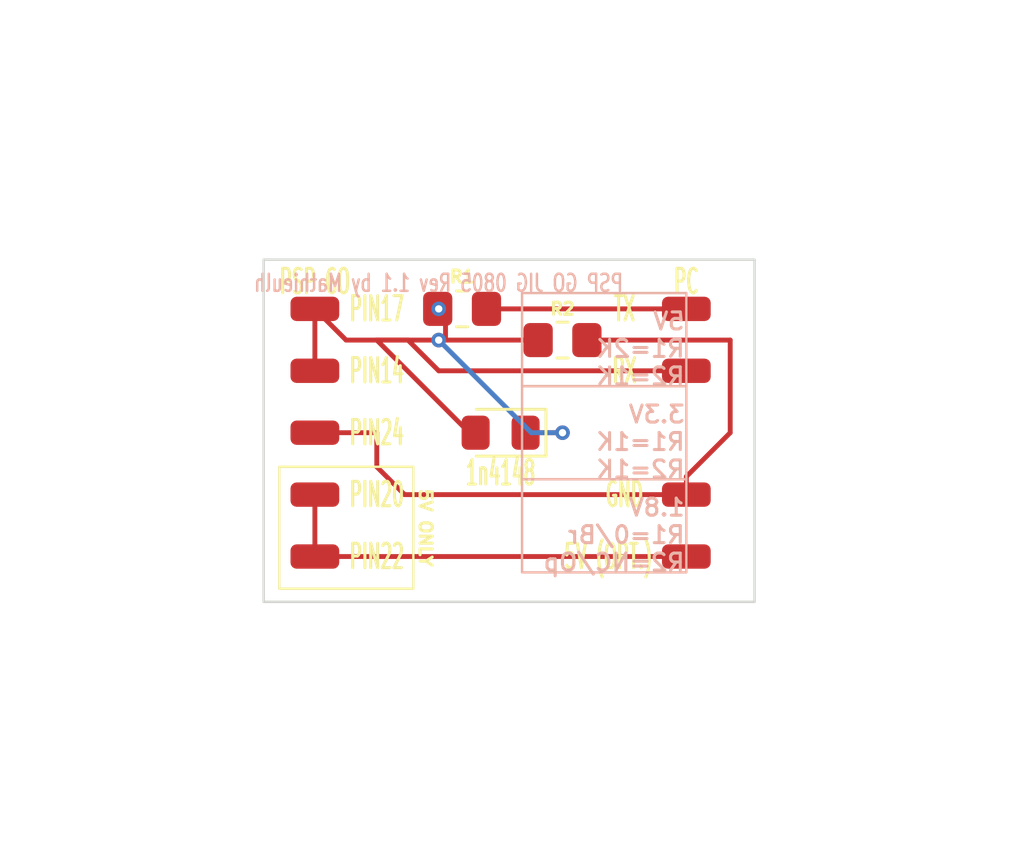
<source format=kicad_pcb>
(kicad_pcb (version 20221018) (generator pcbnew)
  (layers (0 "F.Cu" signal) (31 "B.Cu" signal) (34 "B.Paste" user) (35 "F.Paste" user) (36 "B.SilkS" user "B.Silkscreen") (37 "F.SilkS" user "F.Silkscreen") (38 "B.Mask" user) (39 "F.Mask" user) (44 "Edge.Cuts" user))
  (net 0 "")
  (footprint "Connector_Wire:SolderWirePad_1x01_SMD_1x2mm" (layer "F.Cu") (at 60.96 43.18 -90)
    (fp_text reference "REF**" hide)
    (fp_text value "SolderWirePad_1x01_SMD_1x2mm")
    (pad "5" smd roundrect (at 0 0 270) (size 1 2) (layers "F.Cu" "F.Paste" "F.Mask"))
  )
  (footprint "Connector_Wire:SolderWirePad_1x01_SMD_1x2mm" (layer "F.Cu") (at 60.96 38.1 -90)
    (fp_text reference "REF**" hide)
    (fp_text value "SolderWirePad_1x01_SMD_1x2mm")
    (pad "3" smd roundrect (at 0 0 270) (size 1 2) (layers "F.Cu" "F.Paste" "F.Mask"))
  )
  (footprint "Connector_Wire:SolderWirePad_1x01_SMD_1x2mm" (layer "F.Cu") (at 60.96 40.64 -90)
    (fp_text reference "REF**" hide)
    (fp_text value "SolderWirePad_1x01_SMD_1x2mm")
    (pad "4" smd roundrect (at 0 0 270) (size 1 2) (layers "F.Cu" "F.Paste" "F.Mask"))
  )
  (footprint "Connector_Wire:SolderWirePad_1x01_SMD_1x2mm" (layer "F.Cu") (at 76.2 43.18 -90)
    (fp_text reference "REF**" hide)
    (fp_text value "SolderWirePad_1x01_SMD_1x2mm")
    (pad "9" smd roundrect (at 0 0 270) (size 1 2) (layers "F.Cu" "F.Paste" "F.Mask"))
  )
  (footprint "Connector_Wire:SolderWirePad_1x01_SMD_1x2mm" (layer "F.Cu") (at 76.2 35.56 -90)
    (fp_text reference "REF**" hide)
    (fp_text value "SolderWirePad_1x01_SMD_1x2mm")
    (pad "7" smd roundrect (at 0 0 270) (size 1 2) (layers "F.Cu" "F.Paste" "F.Mask"))
  )
  (footprint "Connector_Wire:SolderWirePad_1x01_SMD_1x2mm" (layer "F.Cu") (at 60.96 33.02 -90)
    (fp_text reference "REF**" hide)
    (fp_text value "SolderWirePad_1x01_SMD_1x2mm")
    (pad "1" smd roundrect (at 0 0 270) (size 1 2) (layers "F.Cu" "F.Paste" "F.Mask"))
  )
  (footprint "Connector_Wire:SolderWirePad_1x01_SMD_1x2mm" (layer "F.Cu") (at 76.2 33.02 -90)
    (fp_text reference "REF**" hide)
    (fp_text value "SolderWirePad_1x01_SMD_1x2mm")
    (pad "6" smd roundrect (at 0 0 270) (size 1 2) (layers "F.Cu" "F.Paste" "F.Mask"))
  )
  (footprint "Resistor_SMD:R_0805_2012Metric_Pad1.20x1.40mm_HandSolder" (layer "F.Cu") (at 71.12 34.3)
    (fp_text reference "REF**" hide)
    (fp_text value "R_0805_2012Metric_Pad1.20x1.40mm_HandSolder")
    (fp_line (start -0.227064 -0.735) (end 0.227064 -0.735) (stroke (width 0.12)) (layer "F.SilkS"))
    (fp_line (start -0.227064 0.735) (end 0.227064 0.735) (stroke (width 0.12)) (layer "F.SilkS"))
    (pad "1" smd roundrect (at -1 0) (size 1.2 1.4) (layers "F.Cu" "F.Paste" "F.Mask") (roundrect_rratio 0.2083333333))
    (pad "2" smd roundrect (at 1 0) (size 1.2 1.4) (layers "F.Cu" "F.Paste" "F.Mask") (roundrect_rratio 0.2083333333))
  )
  (footprint "Resistor_SMD:R_0805_2012Metric_Pad1.20x1.40mm_HandSolder" (layer "F.Cu") (at 67 33.02)
    (fp_text reference "REF**" hide)
    (fp_text value "R_0805_2012Metric_Pad1.20x1.40mm_HandSolder")
    (fp_line (start -0.227064 -0.735) (end 0.227064 -0.735) (stroke (width 0.12)) (layer "F.SilkS"))
    (fp_line (start -0.227064 0.735) (end 0.227064 0.735) (stroke (width 0.12)) (layer "F.SilkS"))
    (pad "1" smd roundrect (at -1 0) (size 1.2 1.4) (layers "F.Cu" "F.Paste" "F.Mask") (roundrect_rratio 0.2083333333))
    (pad "2" smd roundrect (at 1 0) (size 1.2 1.4) (layers "F.Cu" "F.Paste" "F.Mask") (roundrect_rratio 0.2083333333))
  )
  (footprint "Diode_SMD:D_0805_2012Metric_Pad1.15x1.40mm_HandSolder" (layer "F.Cu") (at 68.58 38.1 180)
    (fp_text reference "1n4148" (at 0 -1.65) (layer "F.SilkS") (effects (font (size 1 0.5))))
    (fp_text value "D_0805_2012Metric_Pad1.15x1.40mm_HandSolder")
    (fp_line (start -1.86 -0.96) (end -1.86 0.96) (stroke (width 0.12)) (layer "F.SilkS"))
    (fp_line (start -1.86 0.96) (end 1 0.96) (stroke (width 0.12)) (layer "F.SilkS"))
    (fp_line (start 1 -0.96) (end -1.86 -0.96) (stroke (width 0.12)) (layer "F.SilkS"))
    (pad "1" smd roundrect (at -1.025 0 180) (size 1.15 1.4) (layers "F.Cu" "F.Paste" "F.Mask") (roundrect_rratio 0.217391))
    (pad "2" smd roundrect (at 1.025 0 180) (size 1.15 1.4) (layers "F.Cu" "F.Paste" "F.Mask") (roundrect_rratio 0.217391))
  )
  (footprint "Connector_Wire:SolderWirePad_1x01_SMD_1x2mm" (layer "F.Cu") (at 60.96 35.56 -90)
    (fp_text reference "REF**" hide)
    (fp_text value "SolderWirePad_1x01_SMD_1x2mm")
    (pad "2" smd roundrect (at 0 0 270) (size 1 2) (layers "F.Cu" "F.Paste" "F.Mask"))
  )
  (footprint "Connector_Wire:SolderWirePad_1x01_SMD_1x2mm" (layer "F.Cu") (at 76.2 40.64 -90)
    (fp_text reference "REF**" hide)
    (fp_text value "SolderWirePad_1x01_SMD_1x2mm")
    (pad "8" smd roundrect (at 0 0 270) (size 1 2) (layers "F.Cu" "F.Paste" "F.Mask"))
  )
  (gr_rect (start 69.46 36.19) (end 76.2 40.01) (stroke (width 0.1)) (fill none) (layer "B.SilkS"))
  (gr_rect (start 69.46 40.01) (end 76.2 43.83) (stroke (width 0.1)) (fill none) (layer "B.SilkS"))
  (gr_rect (start 69.46 32.37) (end 76.2 36.19) (stroke (width 0.1)) (fill none) (layer "B.SilkS"))
  (gr_rect (start 59.5 39.5) (end 65 44.5) (stroke (width 0.1)) (fill none) (layer "F.SilkS"))
  (gr_rect (start 58.86 31) (end 79 45.04) (stroke (width 0.1)) (fill none) (layer "Edge.Cuts"))
  (gr_text "1.8V\nR1=0/Br\nR2=NC/Op" (at 76.2 43.83) (layer "B.SilkS") (effects (font (size 0.7 0.7) (thickness 0.125) bold) (justify left bottom mirror)))
  (gr_text "5V\nR1=2K\nR2=1K\n" (at 76.2 36.19) (layer "B.SilkS") (effects (font (size 0.7 0.7) (thickness 0.125) bold) (justify left bottom mirror)))
  (gr_text "PSP GO JIG 0805 Rev 1.1 by Mathieulh" (at 73.66 32.37) (layer "B.SilkS") (effects (font (size 0.7 0.5) (thickness 0.1) bold) (justify left bottom mirror)))
  (gr_text "3.3V\nR1=1K\nR2=1K\n" (at 76.2 40.01) (layer "B.SilkS") (effects (font (size 0.7 0.7) (thickness 0.125) bold) (justify left bottom mirror)))
  (gr_text "5V ONLY" (at 65.5 42 270) (layer "F.SilkS") (effects (font (size 0.5 0.5) (thickness 0.125))))
  (gr_text "TX" (at 73.66 33.02) (layer "F.SilkS") (effects (font (size 1 0.5))))
  (gr_text "PC" (at 76.2 31.9) (layer "F.SilkS") (effects (font (size 1 0.5))))
  (gr_text "PIN14" (at 63.5 35.56) (layer "F.SilkS") (effects (font (size 1 0.5) (thickness 0.125))))
  (gr_text "PSP GO" (at 60.96 31.9) (layer "F.SilkS") (effects (font (size 1 0.5) (thickness 0.125))))
  (gr_text "5V (OPT.)" (at 73 43.18) (layer "F.SilkS") (effects (font (size 1 0.5) (thickness 0.125))))
  (gr_text "RX" (at 73.66 35.56) (layer "F.SilkS") (effects (font (size 1 0.5))))
  (gr_text "R2" (at 71.12 33.02) (layer "F.SilkS") (effects (font (size 0.5 0.5) (thickness 0.125))))
  (gr_text "PIN17\n" (at 63.5 33.02) (layer "F.SilkS") (effects (font (size 1 0.5) (thickness 0.125))))
  (gr_text "GND" (at 73.66 40.64) (layer "F.SilkS") (effects (font (size 1 0.5))))
  (gr_text "R1" (at 67 31.7) (layer "F.SilkS") (effects (font (size 0.5 0.5) (thickness 0.125))))
  (gr_text "PIN24" (at 63.5 38.1) (layer "F.SilkS") (effects (font (size 1 0.5) (thickness 0.125))))
  (gr_text "PIN22" (at 63.5 43.18) (layer "F.SilkS") (effects (font (size 1 0.5))))
  (gr_text "PIN20" (at 63.5 40.64) (layer "F.SilkS") (effects (font (size 1 0.5))))
  (segment (start 66.32 34.3) (end 63.5 34.3) (width 0.2) (layer "F.Cu") (net 0))
  (segment (start 66.32 33.34) (end 66.04 33.06) (width 0.2) (layer "F.Cu") (net 0))
  (segment (start 62.24 34.3) (end 60.96 33.02) (width 0.2) (layer "F.Cu") (net 0))
  (segment (start 63.5 34.3) (end 62.24 34.3) (width 0.2) (layer "F.Cu") (net 0))
  (segment (start 60.96 38.1) (end 63.5 38.1) (width 0.2) (layer "F.Cu") (net 0))
  (segment (start 66.04 33.02) (end 66 33.02) (width 0.2) (layer "F.Cu") (net 0))
  (segment (start 66.04 33.06) (end 66.04 33.02) (width 0.2) (layer "F.Cu") (net 0))
  (segment (start 78 38.1) (end 76.2 39.9) (width 0.2) (layer "F.Cu") (net 0))
  (segment (start 64.64 40.64) (end 76.2 40.64) (width 0.2) (layer "F.Cu") (net 0))
  (segment (start 63.5 38.1) (end 63.5 39.5) (width 0.2) (layer "F.Cu") (net 0))
  (segment (start 78 34.3) (end 78 38.1) (width 0.2) (layer "F.Cu") (net 0))
  (segment (start 60.96 33.02) (end 60.96 35.56) (width 0.2) (layer "F.Cu") (net 0))
  (segment (start 66 33.02) (end 66 33.02) (width 0.2) (layer "F.Cu") (net 0))
  (segment (start 66.32 34.3) (end 66.32 33.34) (width 0.2) (layer "F.Cu") (net 0))
  (segment (start 67.3 38.1) (end 63.5 34.3) (width 0.2) (layer "F.Cu") (net 0))
  (segment (start 63.5 39.5) (end 64.64 40.64) (width 0.2) (layer "F.Cu") (net 0))
  (segment (start 60.96 43.18) (end 60.96 40.64) (width 0.2) (layer "F.Cu") (net 0))
  (segment (start 70.12 34.3) (end 66.32 34.3) (width 0.2) (layer "F.Cu") (net 0))
  (segment (start 66.04 35.56) (end 64.78 34.3) (width 0.2) (layer "F.Cu") (net 0))
  (segment (start 67.555 38.1) (end 67.3 38.1) (width 0) (layer "F.Cu") (net 0))
  (segment (start 64.78 34.3) (end 63.5 34.3) (width 0.2) (layer "F.Cu") (net 0))
  (segment (start 72.12 34.3) (end 78 34.3) (width 0.2) (layer "F.Cu") (net 0))
  (segment (start 76.2 39.9) (end 76.2 40.64) (width 0.2) (layer "F.Cu") (net 0))
  (segment (start 66.04 35.56) (end 76.2 35.56) (width 0.2) (layer "F.Cu") (net 0))
  (segment (start 68 33.02) (end 76.2 33.02) (width 0.2) (layer "F.Cu") (net 0))
  (segment (start 71.12 38.1) (end 69.605 38.1) (width 0.2) (layer "F.Cu") (net 0))
  (segment (start 60.96 43.18) (end 76.2 43.18) (width 0.2) (layer "F.Cu") (net 0))
  (via (at 66.04 33.02) (size 0.6) (drill 0.3) (layers "F.Cu" "B.Cu") (net 0))
  (via (at 71.12 38.1) (size 0.6) (drill 0.3) (layers "F.Cu" "B.Cu") (net 0))
  (via (at 66.04 34.3) (size 0.6) (drill 0.3) (layers "F.Cu" "B.Cu") (net 0))
  (segment (start 69.84 38.1) (end 71.12 38.1) (width 0.2) (layer "B.Cu") (net 0))
  (segment (start 66.04 34.3) (end 69.84 38.1) (width 0.2) (layer "B.Cu") (net 0))
)
</source>
